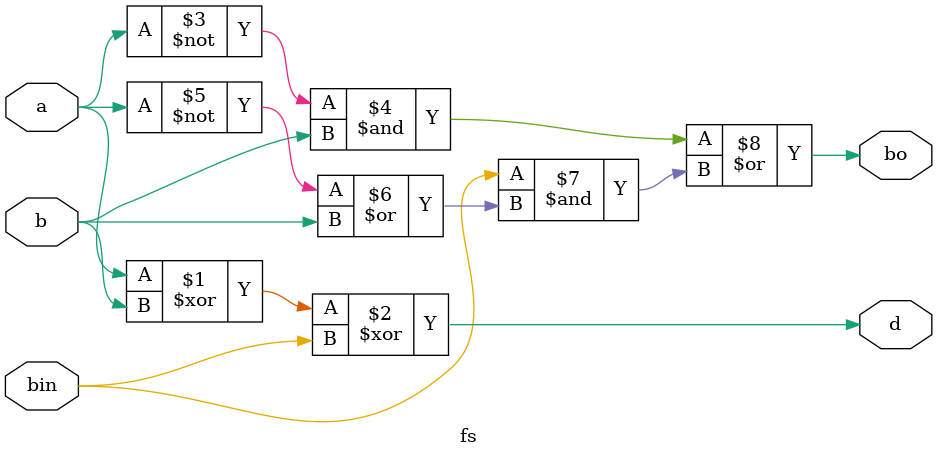
<source format=v>
module fs(a,b,bin,d,bo);
input a,b,bin;
output d,bo;

assign d= a^b^bin; // Difference
assign bo = ((~a) & b) | bin & ((~a) | b); // Borrow

endmodule

</source>
